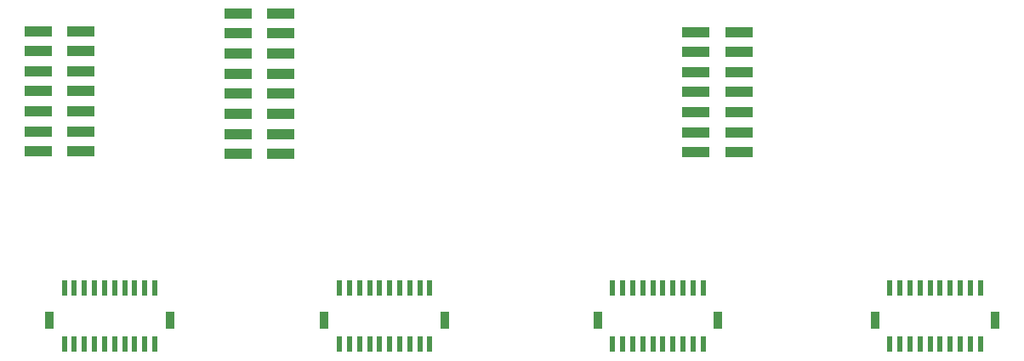
<source format=gbp>
G04*
G04 #@! TF.GenerationSoftware,Altium Limited,Altium Designer,23.1.1 (15)*
G04*
G04 Layer_Color=128*
%FSLAX44Y44*%
%MOMM*%
G71*
G04*
G04 #@! TF.SameCoordinates,885BC21F-CE97-4633-90EB-74F7ABE7E9BF*
G04*
G04*
G04 #@! TF.FilePolarity,Positive*
G04*
G01*
G75*
%ADD29R,0.8500X1.8000*%
%ADD30R,0.6000X1.6000*%
%ADD31R,2.7432X1.0160*%
D29*
X1030000Y241500D02*
D03*
X910000D02*
D03*
X362075D02*
D03*
X482075D02*
D03*
X754001D02*
D03*
X634001D02*
D03*
X88209D02*
D03*
X208209D02*
D03*
D30*
X1015000Y217500D02*
D03*
Y273500D02*
D03*
X1005000Y217500D02*
D03*
Y273500D02*
D03*
X995000Y217500D02*
D03*
Y273500D02*
D03*
X985000Y217500D02*
D03*
Y273500D02*
D03*
X975000Y217500D02*
D03*
Y273500D02*
D03*
X965000D02*
D03*
X955000D02*
D03*
X945000D02*
D03*
X935000D02*
D03*
X925000Y217500D02*
D03*
Y273500D02*
D03*
X945000Y217500D02*
D03*
X935000D02*
D03*
X965000D02*
D03*
X955000D02*
D03*
X407075D02*
D03*
X417075D02*
D03*
X387075D02*
D03*
X397075D02*
D03*
X377075Y273500D02*
D03*
Y217500D02*
D03*
X387075Y273500D02*
D03*
X397075D02*
D03*
X407075D02*
D03*
X417075D02*
D03*
X427075D02*
D03*
Y217500D02*
D03*
X437075Y273500D02*
D03*
Y217500D02*
D03*
X447075Y273500D02*
D03*
Y217500D02*
D03*
X457075Y273500D02*
D03*
Y217500D02*
D03*
X467076Y273500D02*
D03*
Y217500D02*
D03*
X739001D02*
D03*
Y273500D02*
D03*
X729001Y217500D02*
D03*
Y273500D02*
D03*
X719001Y217500D02*
D03*
Y273500D02*
D03*
X709001Y217500D02*
D03*
Y273500D02*
D03*
X699001Y217500D02*
D03*
Y273500D02*
D03*
X689001D02*
D03*
X679001D02*
D03*
X669001D02*
D03*
X659001D02*
D03*
X649001Y217500D02*
D03*
Y273500D02*
D03*
X669001Y217500D02*
D03*
X659001D02*
D03*
X689001D02*
D03*
X679001D02*
D03*
X133208D02*
D03*
X143208D02*
D03*
X113209D02*
D03*
X123208D02*
D03*
X103209Y273500D02*
D03*
Y217500D02*
D03*
X113209Y273500D02*
D03*
X123208D02*
D03*
X133208D02*
D03*
X143208D02*
D03*
X153208D02*
D03*
Y217500D02*
D03*
X163208Y273500D02*
D03*
Y217500D02*
D03*
X173208Y273500D02*
D03*
Y217500D02*
D03*
X183208Y273500D02*
D03*
Y217500D02*
D03*
X193209Y273500D02*
D03*
Y217500D02*
D03*
D31*
X774632Y428946D02*
D03*
Y408947D02*
D03*
Y448946D02*
D03*
Y468946D02*
D03*
Y488946D02*
D03*
Y508946D02*
D03*
Y528946D02*
D03*
X732133D02*
D03*
Y488946D02*
D03*
Y448946D02*
D03*
Y508946D02*
D03*
Y468946D02*
D03*
Y428946D02*
D03*
Y408947D02*
D03*
X275870Y507381D02*
D03*
Y527381D02*
D03*
Y487381D02*
D03*
Y467381D02*
D03*
Y447382D02*
D03*
Y427382D02*
D03*
Y407382D02*
D03*
X318369D02*
D03*
Y447382D02*
D03*
Y487381D02*
D03*
Y427382D02*
D03*
Y467381D02*
D03*
Y507381D02*
D03*
Y527381D02*
D03*
Y547381D02*
D03*
X275870D02*
D03*
X119654Y529815D02*
D03*
Y509815D02*
D03*
Y469815D02*
D03*
Y429815D02*
D03*
Y489815D02*
D03*
Y449815D02*
D03*
Y409815D02*
D03*
X77155D02*
D03*
Y429815D02*
D03*
Y449815D02*
D03*
Y469815D02*
D03*
Y489815D02*
D03*
Y529815D02*
D03*
Y509815D02*
D03*
M02*

</source>
